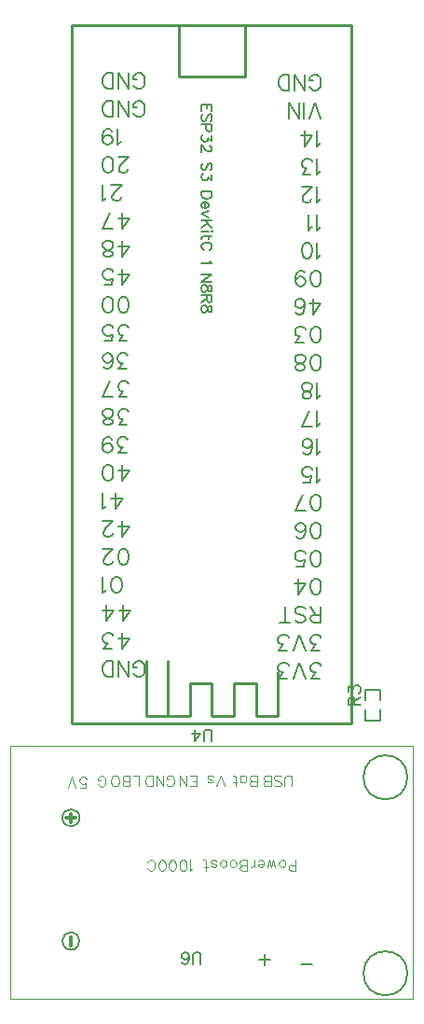
<source format=gto>
G04 Layer: TopSilkscreenLayer*
G04 EasyEDA v6.5.51, 2026-01-24 23:07:51*
G04 24400cab11b14a41ade87b5bf348eb15,64650944e1e6431b8ca2675abf886f56,10*
G04 Gerber Generator version 0.2*
G04 Scale: 100 percent, Rotated: No, Reflected: No *
G04 Dimensions in millimeters *
G04 leading zeros omitted , absolute positions ,4 integer and 5 decimal *
%FSLAX45Y45*%
%MOMM*%

%ADD10C,0.1524*%
%ADD11C,0.2032*%
%ADD12C,0.1219*%
%ADD13C,0.2540*%
%ADD14C,0.3048*%
%ADD15C,0.1000*%
%ADD16C,0.0127*%

%LPD*%
D10*
X3834384Y-609600D02*
G01*
X3943350Y-609600D01*
X3834384Y-609600D02*
G01*
X3834384Y-562863D01*
X3839463Y-547370D01*
X3844797Y-542036D01*
X3855211Y-536955D01*
X3865625Y-536955D01*
X3876040Y-542036D01*
X3881120Y-547370D01*
X3886200Y-562863D01*
X3886200Y-609600D01*
X3886200Y-573278D02*
G01*
X3943350Y-536955D01*
X3834384Y-492252D02*
G01*
X3834384Y-435102D01*
X3876040Y-466089D01*
X3876040Y-450595D01*
X3881120Y-440181D01*
X3886200Y-435102D01*
X3901947Y-429768D01*
X3912361Y-429768D01*
X3927856Y-435102D01*
X3938270Y-445515D01*
X3943350Y-461010D01*
X3943350Y-476504D01*
X3938270Y-492252D01*
X3933190Y-497331D01*
X3922775Y-502665D01*
X2590800Y-940915D02*
G01*
X2590800Y-862937D01*
X2585720Y-847443D01*
X2575306Y-837029D01*
X2559558Y-831949D01*
X2549143Y-831949D01*
X2533650Y-837029D01*
X2523236Y-847443D01*
X2518156Y-862937D01*
X2518156Y-940915D01*
X2431795Y-940915D02*
G01*
X2483865Y-868271D01*
X2405888Y-868271D01*
X2431795Y-940915D02*
G01*
X2431795Y-831949D01*
D11*
X3567684Y-367284D02*
G01*
X3492754Y-367284D01*
X3533647Y-312673D01*
X3513327Y-312673D01*
X3499611Y-305815D01*
X3492754Y-298957D01*
X3485895Y-278637D01*
X3485895Y-264921D01*
X3492754Y-244602D01*
X3506470Y-230886D01*
X3526790Y-224028D01*
X3547363Y-224028D01*
X3567684Y-230886D01*
X3574541Y-237744D01*
X3581400Y-251460D01*
X3440938Y-367284D02*
G01*
X3386327Y-224028D01*
X3331972Y-367284D02*
G01*
X3386327Y-224028D01*
X3273297Y-367284D02*
G01*
X3198113Y-367284D01*
X3239008Y-312673D01*
X3218688Y-312673D01*
X3204972Y-305815D01*
X3198113Y-298957D01*
X3191509Y-278637D01*
X3191509Y-264921D01*
X3198113Y-244602D01*
X3211829Y-230886D01*
X3232404Y-224028D01*
X3252724Y-224028D01*
X3273297Y-230886D01*
X3280156Y-237744D01*
X3286759Y-251460D01*
X3567684Y-113284D02*
G01*
X3492754Y-113284D01*
X3533647Y-58673D01*
X3513327Y-58673D01*
X3499611Y-51815D01*
X3492754Y-44957D01*
X3485895Y-24637D01*
X3485895Y-10921D01*
X3492754Y9397D01*
X3506470Y23113D01*
X3526790Y29971D01*
X3547363Y29971D01*
X3567684Y23113D01*
X3574541Y16255D01*
X3581400Y2539D01*
X3440938Y-113284D02*
G01*
X3386327Y29971D01*
X3331972Y-113284D02*
G01*
X3386327Y29971D01*
X3273297Y-113284D02*
G01*
X3198113Y-113284D01*
X3239008Y-58673D01*
X3218688Y-58673D01*
X3204972Y-51815D01*
X3198113Y-44957D01*
X3191509Y-24637D01*
X3191509Y-10921D01*
X3198113Y9397D01*
X3211829Y23113D01*
X3232404Y29971D01*
X3252724Y29971D01*
X3273297Y23113D01*
X3280156Y16255D01*
X3286759Y2539D01*
X3581400Y140715D02*
G01*
X3581400Y283971D01*
X3581400Y140715D02*
G01*
X3519931Y140715D01*
X3499611Y147573D01*
X3492754Y154431D01*
X3485895Y167894D01*
X3485895Y181610D01*
X3492754Y195326D01*
X3499611Y202184D01*
X3519931Y209042D01*
X3581400Y209042D01*
X3533647Y209042D02*
G01*
X3485895Y283971D01*
X3345434Y161289D02*
G01*
X3359150Y147573D01*
X3379470Y140715D01*
X3406902Y140715D01*
X3427222Y147573D01*
X3440938Y161289D01*
X3440938Y174752D01*
X3434079Y188468D01*
X3427222Y195326D01*
X3413759Y202184D01*
X3372865Y215645D01*
X3359150Y222504D01*
X3352291Y229362D01*
X3345434Y243078D01*
X3345434Y263397D01*
X3359150Y277113D01*
X3379470Y283971D01*
X3406902Y283971D01*
X3427222Y277113D01*
X3440938Y263397D01*
X3252724Y140715D02*
G01*
X3252724Y283971D01*
X3300475Y140715D02*
G01*
X3204972Y140715D01*
X3581400Y4712715D02*
G01*
X3526790Y4855971D01*
X3472434Y4712715D02*
G01*
X3526790Y4855971D01*
X3427222Y4712715D02*
G01*
X3427222Y4855971D01*
X3382263Y4712715D02*
G01*
X3382263Y4855971D01*
X3382263Y4712715D02*
G01*
X3286759Y4855971D01*
X3286759Y4712715D02*
G01*
X3286759Y4855971D01*
X3479038Y5000752D02*
G01*
X3485895Y4987289D01*
X3499611Y4973573D01*
X3513327Y4966715D01*
X3540506Y4966715D01*
X3554222Y4973573D01*
X3567684Y4987289D01*
X3574541Y5000752D01*
X3581400Y5021326D01*
X3581400Y5055362D01*
X3574541Y5075936D01*
X3567684Y5089397D01*
X3554222Y5103113D01*
X3540506Y5109971D01*
X3513327Y5109971D01*
X3499611Y5103113D01*
X3485895Y5089397D01*
X3479038Y5075936D01*
X3479038Y5055362D01*
X3513327Y5055362D02*
G01*
X3479038Y5055362D01*
X3434079Y4966715D02*
G01*
X3434079Y5109971D01*
X3434079Y4966715D02*
G01*
X3338575Y5109971D01*
X3338575Y4966715D02*
G01*
X3338575Y5109971D01*
X3293618Y4966715D02*
G01*
X3293618Y5109971D01*
X3293618Y4966715D02*
G01*
X3245865Y4966715D01*
X3225545Y4973573D01*
X3211829Y4987289D01*
X3204972Y5000752D01*
X3198113Y5021326D01*
X3198113Y5055362D01*
X3204972Y5075936D01*
X3211829Y5089397D01*
X3225545Y5103113D01*
X3245865Y5109971D01*
X3293618Y5109971D01*
X3540506Y394715D02*
G01*
X3560825Y401573D01*
X3574541Y421894D01*
X3581400Y456184D01*
X3581400Y476504D01*
X3574541Y510539D01*
X3560825Y531113D01*
X3540506Y537971D01*
X3526790Y537971D01*
X3506470Y531113D01*
X3492754Y510539D01*
X3485895Y476504D01*
X3485895Y456184D01*
X3492754Y421894D01*
X3506470Y401573D01*
X3526790Y394715D01*
X3540506Y394715D01*
X3372865Y394715D02*
G01*
X3440938Y490220D01*
X3338575Y490220D01*
X3372865Y394715D02*
G01*
X3372865Y537971D01*
X3540506Y648715D02*
G01*
X3560825Y655573D01*
X3574541Y675894D01*
X3581400Y710184D01*
X3581400Y730504D01*
X3574541Y764539D01*
X3560825Y785113D01*
X3540506Y791971D01*
X3526790Y791971D01*
X3506470Y785113D01*
X3492754Y764539D01*
X3485895Y730504D01*
X3485895Y710184D01*
X3492754Y675894D01*
X3506470Y655573D01*
X3526790Y648715D01*
X3540506Y648715D01*
X3359150Y648715D02*
G01*
X3427222Y648715D01*
X3434079Y710184D01*
X3427222Y703326D01*
X3406902Y696468D01*
X3386327Y696468D01*
X3366008Y703326D01*
X3352291Y717042D01*
X3345434Y737362D01*
X3345434Y751078D01*
X3352291Y771397D01*
X3366008Y785113D01*
X3386327Y791971D01*
X3406902Y791971D01*
X3427222Y785113D01*
X3434079Y778255D01*
X3440938Y764539D01*
X3540506Y902715D02*
G01*
X3560825Y909573D01*
X3574541Y929894D01*
X3581400Y964184D01*
X3581400Y984504D01*
X3574541Y1018539D01*
X3560825Y1039113D01*
X3540506Y1045971D01*
X3526790Y1045971D01*
X3506470Y1039113D01*
X3492754Y1018539D01*
X3485895Y984504D01*
X3485895Y964184D01*
X3492754Y929894D01*
X3506470Y909573D01*
X3526790Y902715D01*
X3540506Y902715D01*
X3359150Y923289D02*
G01*
X3366008Y909573D01*
X3386327Y902715D01*
X3400043Y902715D01*
X3420363Y909573D01*
X3434079Y929894D01*
X3440938Y964184D01*
X3440938Y998220D01*
X3434079Y1025397D01*
X3420363Y1039113D01*
X3400043Y1045971D01*
X3393186Y1045971D01*
X3372865Y1039113D01*
X3359150Y1025397D01*
X3352291Y1005078D01*
X3352291Y998220D01*
X3359150Y977645D01*
X3372865Y964184D01*
X3393186Y957326D01*
X3400043Y957326D01*
X3420363Y964184D01*
X3434079Y977645D01*
X3440938Y998220D01*
X3540506Y1156715D02*
G01*
X3560825Y1163573D01*
X3574541Y1183894D01*
X3581400Y1218184D01*
X3581400Y1238504D01*
X3574541Y1272539D01*
X3560825Y1293113D01*
X3540506Y1299971D01*
X3526790Y1299971D01*
X3506470Y1293113D01*
X3492754Y1272539D01*
X3485895Y1238504D01*
X3485895Y1218184D01*
X3492754Y1183894D01*
X3506470Y1163573D01*
X3526790Y1156715D01*
X3540506Y1156715D01*
X3345434Y1156715D02*
G01*
X3413759Y1299971D01*
X3440938Y1156715D02*
G01*
X3345434Y1156715D01*
X3581400Y1437894D02*
G01*
X3567684Y1431289D01*
X3547363Y1410715D01*
X3547363Y1553971D01*
X3420363Y1410715D02*
G01*
X3488690Y1410715D01*
X3495547Y1472184D01*
X3488690Y1465326D01*
X3468115Y1458468D01*
X3447795Y1458468D01*
X3427222Y1465326D01*
X3413759Y1479042D01*
X3406902Y1499362D01*
X3406902Y1513078D01*
X3413759Y1533397D01*
X3427222Y1547113D01*
X3447795Y1553971D01*
X3468115Y1553971D01*
X3488690Y1547113D01*
X3495547Y1540255D01*
X3502406Y1526539D01*
X3581400Y1691894D02*
G01*
X3567684Y1685289D01*
X3547363Y1664715D01*
X3547363Y1807971D01*
X3420363Y1685289D02*
G01*
X3427222Y1671573D01*
X3447795Y1664715D01*
X3461511Y1664715D01*
X3481831Y1671573D01*
X3495547Y1691894D01*
X3502406Y1726184D01*
X3502406Y1760220D01*
X3495547Y1787397D01*
X3481831Y1801113D01*
X3461511Y1807971D01*
X3454654Y1807971D01*
X3434079Y1801113D01*
X3420363Y1787397D01*
X3413759Y1767078D01*
X3413759Y1760220D01*
X3420363Y1739645D01*
X3434079Y1726184D01*
X3454654Y1719326D01*
X3461511Y1719326D01*
X3481831Y1726184D01*
X3495547Y1739645D01*
X3502406Y1760220D01*
X3581400Y1945894D02*
G01*
X3567684Y1939289D01*
X3547363Y1918715D01*
X3547363Y2061971D01*
X3406902Y1918715D02*
G01*
X3474974Y2061971D01*
X3502406Y1918715D02*
G01*
X3406902Y1918715D01*
X3581400Y2199894D02*
G01*
X3567684Y2193289D01*
X3547363Y2172715D01*
X3547363Y2315971D01*
X3468115Y2172715D02*
G01*
X3488690Y2179573D01*
X3495547Y2193289D01*
X3495547Y2206752D01*
X3488690Y2220468D01*
X3474974Y2227326D01*
X3447795Y2234184D01*
X3427222Y2241042D01*
X3413759Y2254504D01*
X3406902Y2268220D01*
X3406902Y2288539D01*
X3413759Y2302255D01*
X3420363Y2309113D01*
X3440938Y2315971D01*
X3468115Y2315971D01*
X3488690Y2309113D01*
X3495547Y2302255D01*
X3502406Y2288539D01*
X3502406Y2268220D01*
X3495547Y2254504D01*
X3481831Y2241042D01*
X3461511Y2234184D01*
X3434079Y2227326D01*
X3420363Y2220468D01*
X3413759Y2206752D01*
X3413759Y2193289D01*
X3420363Y2179573D01*
X3440938Y2172715D01*
X3468115Y2172715D01*
X3540506Y2426715D02*
G01*
X3560825Y2433573D01*
X3574541Y2453894D01*
X3581400Y2488184D01*
X3581400Y2508504D01*
X3574541Y2542539D01*
X3560825Y2563113D01*
X3540506Y2569971D01*
X3526790Y2569971D01*
X3506470Y2563113D01*
X3492754Y2542539D01*
X3485895Y2508504D01*
X3485895Y2488184D01*
X3492754Y2453894D01*
X3506470Y2433573D01*
X3526790Y2426715D01*
X3540506Y2426715D01*
X3406902Y2426715D02*
G01*
X3427222Y2433573D01*
X3434079Y2447289D01*
X3434079Y2460752D01*
X3427222Y2474468D01*
X3413759Y2481326D01*
X3386327Y2488184D01*
X3366008Y2495042D01*
X3352291Y2508504D01*
X3345434Y2522220D01*
X3345434Y2542539D01*
X3352291Y2556255D01*
X3359150Y2563113D01*
X3379470Y2569971D01*
X3406902Y2569971D01*
X3427222Y2563113D01*
X3434079Y2556255D01*
X3440938Y2542539D01*
X3440938Y2522220D01*
X3434079Y2508504D01*
X3420363Y2495042D01*
X3400043Y2488184D01*
X3372865Y2481326D01*
X3359150Y2474468D01*
X3352291Y2460752D01*
X3352291Y2447289D01*
X3359150Y2433573D01*
X3379470Y2426715D01*
X3406902Y2426715D01*
X3540506Y2680715D02*
G01*
X3560825Y2687573D01*
X3574541Y2707894D01*
X3581400Y2742184D01*
X3581400Y2762504D01*
X3574541Y2796539D01*
X3560825Y2817113D01*
X3540506Y2823971D01*
X3526790Y2823971D01*
X3506470Y2817113D01*
X3492754Y2796539D01*
X3485895Y2762504D01*
X3485895Y2742184D01*
X3492754Y2707894D01*
X3506470Y2687573D01*
X3526790Y2680715D01*
X3540506Y2680715D01*
X3427222Y2680715D02*
G01*
X3352291Y2680715D01*
X3393186Y2735326D01*
X3372865Y2735326D01*
X3359150Y2742184D01*
X3352291Y2749042D01*
X3345434Y2769362D01*
X3345434Y2783078D01*
X3352291Y2803397D01*
X3366008Y2817113D01*
X3386327Y2823971D01*
X3406902Y2823971D01*
X3427222Y2817113D01*
X3434079Y2810255D01*
X3440938Y2796539D01*
X3513327Y2934715D02*
G01*
X3581400Y3030220D01*
X3479038Y3030220D01*
X3513327Y2934715D02*
G01*
X3513327Y3077971D01*
X3352291Y2955289D02*
G01*
X3359150Y2941573D01*
X3379470Y2934715D01*
X3393186Y2934715D01*
X3413759Y2941573D01*
X3427222Y2961894D01*
X3434079Y2996184D01*
X3434079Y3030220D01*
X3427222Y3057397D01*
X3413759Y3071113D01*
X3393186Y3077971D01*
X3386327Y3077971D01*
X3366008Y3071113D01*
X3352291Y3057397D01*
X3345434Y3037078D01*
X3345434Y3030220D01*
X3352291Y3009645D01*
X3366008Y2996184D01*
X3386327Y2989326D01*
X3393186Y2989326D01*
X3413759Y2996184D01*
X3427222Y3009645D01*
X3434079Y3030220D01*
X3540506Y3188715D02*
G01*
X3560825Y3195573D01*
X3574541Y3215894D01*
X3581400Y3250184D01*
X3581400Y3270504D01*
X3574541Y3304539D01*
X3560825Y3325113D01*
X3540506Y3331971D01*
X3526790Y3331971D01*
X3506470Y3325113D01*
X3492754Y3304539D01*
X3485895Y3270504D01*
X3485895Y3250184D01*
X3492754Y3215894D01*
X3506470Y3195573D01*
X3526790Y3188715D01*
X3540506Y3188715D01*
X3352291Y3236468D02*
G01*
X3359150Y3257042D01*
X3372865Y3270504D01*
X3393186Y3277362D01*
X3400043Y3277362D01*
X3420363Y3270504D01*
X3434079Y3257042D01*
X3440938Y3236468D01*
X3440938Y3229610D01*
X3434079Y3209289D01*
X3420363Y3195573D01*
X3400043Y3188715D01*
X3393186Y3188715D01*
X3372865Y3195573D01*
X3359150Y3209289D01*
X3352291Y3236468D01*
X3352291Y3270504D01*
X3359150Y3304539D01*
X3372865Y3325113D01*
X3393186Y3331971D01*
X3406902Y3331971D01*
X3427222Y3325113D01*
X3434079Y3311397D01*
X3581400Y3469894D02*
G01*
X3567684Y3463289D01*
X3547363Y3442715D01*
X3547363Y3585971D01*
X3461511Y3442715D02*
G01*
X3481831Y3449573D01*
X3495547Y3469894D01*
X3502406Y3504184D01*
X3502406Y3524504D01*
X3495547Y3558539D01*
X3481831Y3579113D01*
X3461511Y3585971D01*
X3447795Y3585971D01*
X3427222Y3579113D01*
X3413759Y3558539D01*
X3406902Y3524504D01*
X3406902Y3504184D01*
X3413759Y3469894D01*
X3427222Y3449573D01*
X3447795Y3442715D01*
X3461511Y3442715D01*
X3581400Y3723894D02*
G01*
X3567684Y3717289D01*
X3547363Y3696715D01*
X3547363Y3839971D01*
X3502406Y3723894D02*
G01*
X3488690Y3717289D01*
X3468115Y3696715D01*
X3468115Y3839971D01*
X3581400Y3977894D02*
G01*
X3567684Y3971289D01*
X3547363Y3950715D01*
X3547363Y4093971D01*
X3495547Y3984752D02*
G01*
X3495547Y3977894D01*
X3488690Y3964431D01*
X3481831Y3957573D01*
X3468115Y3950715D01*
X3440938Y3950715D01*
X3427222Y3957573D01*
X3420363Y3964431D01*
X3413759Y3977894D01*
X3413759Y3991610D01*
X3420363Y4005326D01*
X3434079Y4025645D01*
X3502406Y4093971D01*
X3406902Y4093971D01*
X3581400Y4231894D02*
G01*
X3567684Y4225289D01*
X3547363Y4204715D01*
X3547363Y4347971D01*
X3488690Y4204715D02*
G01*
X3413759Y4204715D01*
X3454654Y4259326D01*
X3434079Y4259326D01*
X3420363Y4266184D01*
X3413759Y4273042D01*
X3406902Y4293362D01*
X3406902Y4307078D01*
X3413759Y4327397D01*
X3427222Y4341113D01*
X3447795Y4347971D01*
X3468115Y4347971D01*
X3488690Y4341113D01*
X3495547Y4334255D01*
X3502406Y4320539D01*
X3581400Y4485894D02*
G01*
X3567684Y4479289D01*
X3547363Y4458715D01*
X3547363Y4601971D01*
X3434079Y4458715D02*
G01*
X3502406Y4554220D01*
X3400043Y4554220D01*
X3434079Y4458715D02*
G01*
X3434079Y4601971D01*
X1878837Y-320547D02*
G01*
X1885695Y-334010D01*
X1899412Y-347726D01*
X1913128Y-354584D01*
X1940306Y-354584D01*
X1954022Y-347726D01*
X1967484Y-334010D01*
X1974341Y-320547D01*
X1981200Y-299973D01*
X1981200Y-265937D01*
X1974341Y-245363D01*
X1967484Y-231902D01*
X1954022Y-218186D01*
X1940306Y-211328D01*
X1913128Y-211328D01*
X1899412Y-218186D01*
X1885695Y-231902D01*
X1878837Y-245363D01*
X1878837Y-265937D01*
X1913128Y-265937D02*
G01*
X1878837Y-265937D01*
X1833879Y-354584D02*
G01*
X1833879Y-211328D01*
X1833879Y-354584D02*
G01*
X1738376Y-211328D01*
X1738376Y-354584D02*
G01*
X1738376Y-211328D01*
X1693418Y-354584D02*
G01*
X1693418Y-211328D01*
X1693418Y-354584D02*
G01*
X1645665Y-354584D01*
X1625345Y-347726D01*
X1611629Y-334010D01*
X1604771Y-320547D01*
X1597913Y-299973D01*
X1597913Y-265937D01*
X1604771Y-245363D01*
X1611629Y-231902D01*
X1625345Y-218186D01*
X1645665Y-211328D01*
X1693418Y-211328D01*
X1772665Y-100584D02*
G01*
X1840737Y-5079D01*
X1738376Y-5079D01*
X1772665Y-100584D02*
G01*
X1772665Y42671D01*
X1679702Y-100584D02*
G01*
X1604771Y-100584D01*
X1645665Y-45973D01*
X1625345Y-45973D01*
X1611629Y-39115D01*
X1604771Y-32257D01*
X1597913Y-11937D01*
X1597913Y1778D01*
X1604771Y22097D01*
X1618487Y35813D01*
X1638807Y42671D01*
X1659381Y42671D01*
X1679702Y35813D01*
X1686560Y28955D01*
X1693418Y15239D01*
X1779270Y153415D02*
G01*
X1847342Y248920D01*
X1744979Y248920D01*
X1779270Y153415D02*
G01*
X1779270Y296671D01*
X1631950Y153415D02*
G01*
X1700021Y248920D01*
X1597913Y248920D01*
X1631950Y153415D02*
G01*
X1631950Y296671D01*
X1731518Y407415D02*
G01*
X1751837Y414273D01*
X1765554Y434594D01*
X1772412Y468884D01*
X1772412Y489204D01*
X1765554Y523239D01*
X1751837Y543813D01*
X1731518Y550671D01*
X1717802Y550671D01*
X1697481Y543813D01*
X1683765Y523239D01*
X1676907Y489204D01*
X1676907Y468884D01*
X1683765Y434594D01*
X1697481Y414273D01*
X1717802Y407415D01*
X1731518Y407415D01*
X1631950Y434594D02*
G01*
X1618234Y427989D01*
X1597913Y407415D01*
X1597913Y550671D01*
X1792986Y661415D02*
G01*
X1813305Y668273D01*
X1827021Y688594D01*
X1833879Y722884D01*
X1833879Y743204D01*
X1827021Y777239D01*
X1813305Y797813D01*
X1792986Y804671D01*
X1779270Y804671D01*
X1758950Y797813D01*
X1745234Y777239D01*
X1738376Y743204D01*
X1738376Y722884D01*
X1745234Y688594D01*
X1758950Y668273D01*
X1779270Y661415D01*
X1792986Y661415D01*
X1686560Y695452D02*
G01*
X1686560Y688594D01*
X1679702Y675131D01*
X1672844Y668273D01*
X1659381Y661415D01*
X1631950Y661415D01*
X1618487Y668273D01*
X1611629Y675131D01*
X1604771Y688594D01*
X1604771Y702310D01*
X1611629Y716026D01*
X1625345Y736345D01*
X1693418Y804671D01*
X1597913Y804671D01*
X1772665Y915415D02*
G01*
X1840737Y1010920D01*
X1738376Y1010920D01*
X1772665Y915415D02*
G01*
X1772665Y1058671D01*
X1686560Y949452D02*
G01*
X1686560Y942594D01*
X1679702Y929131D01*
X1673097Y922273D01*
X1659381Y915415D01*
X1632204Y915415D01*
X1618487Y922273D01*
X1611629Y929131D01*
X1604771Y942594D01*
X1604771Y956310D01*
X1611629Y970026D01*
X1625345Y990345D01*
X1693418Y1058671D01*
X1597913Y1058671D01*
X1711192Y1169415D02*
G01*
X1779264Y1264920D01*
X1676902Y1264920D01*
X1711192Y1169415D02*
G01*
X1711192Y1312671D01*
X1631944Y1196594D02*
G01*
X1618228Y1189989D01*
X1597908Y1169415D01*
X1597908Y1312671D01*
X1772665Y1423415D02*
G01*
X1840737Y1518920D01*
X1738376Y1518920D01*
X1772665Y1423415D02*
G01*
X1772665Y1566671D01*
X1652523Y1423415D02*
G01*
X1673097Y1430273D01*
X1686560Y1450594D01*
X1693418Y1484884D01*
X1693418Y1505204D01*
X1686560Y1539239D01*
X1673097Y1559813D01*
X1652523Y1566671D01*
X1638807Y1566671D01*
X1618487Y1559813D01*
X1604771Y1539239D01*
X1597913Y1505204D01*
X1597913Y1484884D01*
X1604771Y1450594D01*
X1618487Y1430273D01*
X1638807Y1423415D01*
X1652523Y1423415D01*
X1813303Y1677415D02*
G01*
X1738373Y1677415D01*
X1779267Y1732026D01*
X1758947Y1732026D01*
X1745231Y1738884D01*
X1738373Y1745742D01*
X1731515Y1766062D01*
X1731515Y1779778D01*
X1738373Y1800097D01*
X1752089Y1813813D01*
X1772409Y1820671D01*
X1792983Y1820671D01*
X1813303Y1813813D01*
X1820161Y1806955D01*
X1827019Y1793239D01*
X1597911Y1725168D02*
G01*
X1604769Y1745742D01*
X1618485Y1759204D01*
X1638805Y1766062D01*
X1645663Y1766062D01*
X1665983Y1759204D01*
X1679699Y1745742D01*
X1686557Y1725168D01*
X1686557Y1718310D01*
X1679699Y1697989D01*
X1665983Y1684273D01*
X1645663Y1677415D01*
X1638805Y1677415D01*
X1618485Y1684273D01*
X1604769Y1697989D01*
X1597911Y1725168D01*
X1597911Y1759204D01*
X1604769Y1793239D01*
X1618485Y1813813D01*
X1638805Y1820671D01*
X1652521Y1820671D01*
X1672841Y1813813D01*
X1679699Y1800097D01*
X1820163Y1931415D02*
G01*
X1745234Y1931415D01*
X1786128Y1986026D01*
X1765807Y1986026D01*
X1752092Y1992884D01*
X1745234Y1999742D01*
X1738376Y2020062D01*
X1738376Y2033778D01*
X1745234Y2054097D01*
X1758950Y2067813D01*
X1779270Y2074671D01*
X1799844Y2074671D01*
X1820163Y2067813D01*
X1827021Y2060955D01*
X1833879Y2047239D01*
X1659381Y1931415D02*
G01*
X1679702Y1938273D01*
X1686560Y1951989D01*
X1686560Y1965452D01*
X1679702Y1979168D01*
X1666239Y1986026D01*
X1638807Y1992884D01*
X1618487Y1999742D01*
X1604771Y2013204D01*
X1597913Y2026920D01*
X1597913Y2047239D01*
X1604771Y2060955D01*
X1611629Y2067813D01*
X1631950Y2074671D01*
X1659381Y2074671D01*
X1679702Y2067813D01*
X1686560Y2060955D01*
X1693418Y2047239D01*
X1693418Y2026920D01*
X1686560Y2013204D01*
X1672844Y1999742D01*
X1652523Y1992884D01*
X1625345Y1986026D01*
X1611629Y1979168D01*
X1604771Y1965452D01*
X1604771Y1951989D01*
X1611629Y1938273D01*
X1631950Y1931415D01*
X1659381Y1931415D01*
X1820163Y2185415D02*
G01*
X1745234Y2185415D01*
X1786128Y2240026D01*
X1765807Y2240026D01*
X1752092Y2246884D01*
X1745234Y2253742D01*
X1738376Y2274062D01*
X1738376Y2287778D01*
X1745234Y2308097D01*
X1758950Y2321813D01*
X1779270Y2328671D01*
X1799844Y2328671D01*
X1820163Y2321813D01*
X1827021Y2314955D01*
X1833879Y2301239D01*
X1597913Y2185415D02*
G01*
X1666239Y2328671D01*
X1693418Y2185415D02*
G01*
X1597913Y2185415D01*
X1813303Y2439415D02*
G01*
X1738373Y2439415D01*
X1779267Y2494026D01*
X1758947Y2494026D01*
X1745231Y2500884D01*
X1738373Y2507742D01*
X1731515Y2528062D01*
X1731515Y2541778D01*
X1738373Y2562097D01*
X1752089Y2575813D01*
X1772409Y2582671D01*
X1792983Y2582671D01*
X1813303Y2575813D01*
X1820161Y2568955D01*
X1827019Y2555239D01*
X1604769Y2459989D02*
G01*
X1611627Y2446273D01*
X1631947Y2439415D01*
X1645663Y2439415D01*
X1665983Y2446273D01*
X1679699Y2466594D01*
X1686557Y2500884D01*
X1686557Y2534920D01*
X1679699Y2562097D01*
X1665983Y2575813D01*
X1645663Y2582671D01*
X1638805Y2582671D01*
X1618485Y2575813D01*
X1604769Y2562097D01*
X1597911Y2541778D01*
X1597911Y2534920D01*
X1604769Y2514345D01*
X1618485Y2500884D01*
X1638805Y2494026D01*
X1645663Y2494026D01*
X1665983Y2500884D01*
X1679699Y2514345D01*
X1686557Y2534920D01*
X1820163Y2693415D02*
G01*
X1745234Y2693415D01*
X1786128Y2748026D01*
X1765807Y2748026D01*
X1752092Y2754884D01*
X1745234Y2761742D01*
X1738376Y2782062D01*
X1738376Y2795778D01*
X1745234Y2816097D01*
X1758950Y2829813D01*
X1779270Y2836671D01*
X1799844Y2836671D01*
X1820163Y2829813D01*
X1827021Y2822955D01*
X1833879Y2809239D01*
X1611629Y2693415D02*
G01*
X1679702Y2693415D01*
X1686560Y2754884D01*
X1679702Y2748026D01*
X1659381Y2741168D01*
X1638807Y2741168D01*
X1618487Y2748026D01*
X1604771Y2761742D01*
X1597913Y2782062D01*
X1597913Y2795778D01*
X1604771Y2816097D01*
X1618487Y2829813D01*
X1638807Y2836671D01*
X1659381Y2836671D01*
X1679702Y2829813D01*
X1686560Y2822955D01*
X1693418Y2809239D01*
X1792986Y2947415D02*
G01*
X1813305Y2954273D01*
X1827021Y2974594D01*
X1833879Y3008884D01*
X1833879Y3029204D01*
X1827021Y3063239D01*
X1813305Y3083813D01*
X1792986Y3090671D01*
X1779270Y3090671D01*
X1758950Y3083813D01*
X1745234Y3063239D01*
X1738376Y3029204D01*
X1738376Y3008884D01*
X1745234Y2974594D01*
X1758950Y2954273D01*
X1779270Y2947415D01*
X1792986Y2947415D01*
X1652523Y2947415D02*
G01*
X1672844Y2954273D01*
X1686560Y2974594D01*
X1693418Y3008884D01*
X1693418Y3029204D01*
X1686560Y3063239D01*
X1672844Y3083813D01*
X1652523Y3090671D01*
X1638807Y3090671D01*
X1618487Y3083813D01*
X1604771Y3063239D01*
X1597913Y3029204D01*
X1597913Y3008884D01*
X1604771Y2974594D01*
X1618487Y2954273D01*
X1638807Y2947415D01*
X1652523Y2947415D01*
X1772665Y3201415D02*
G01*
X1840737Y3296920D01*
X1738376Y3296920D01*
X1772665Y3201415D02*
G01*
X1772665Y3344671D01*
X1611629Y3201415D02*
G01*
X1679702Y3201415D01*
X1686560Y3262884D01*
X1679702Y3256026D01*
X1659381Y3249168D01*
X1638807Y3249168D01*
X1618487Y3256026D01*
X1604771Y3269742D01*
X1597913Y3290062D01*
X1597913Y3303778D01*
X1604771Y3324097D01*
X1618487Y3337813D01*
X1638807Y3344671D01*
X1659381Y3344671D01*
X1679702Y3337813D01*
X1686560Y3330955D01*
X1693418Y3317239D01*
X1772665Y3455415D02*
G01*
X1840737Y3550920D01*
X1738376Y3550920D01*
X1772665Y3455415D02*
G01*
X1772665Y3598671D01*
X1659381Y3455415D02*
G01*
X1679702Y3462273D01*
X1686560Y3475989D01*
X1686560Y3489452D01*
X1679702Y3503168D01*
X1666239Y3510026D01*
X1638807Y3516884D01*
X1618487Y3523742D01*
X1604771Y3537204D01*
X1597913Y3550920D01*
X1597913Y3571239D01*
X1604771Y3584955D01*
X1611629Y3591813D01*
X1632204Y3598671D01*
X1659381Y3598671D01*
X1679702Y3591813D01*
X1686560Y3584955D01*
X1693418Y3571239D01*
X1693418Y3550920D01*
X1686560Y3537204D01*
X1673097Y3523742D01*
X1652523Y3516884D01*
X1625345Y3510026D01*
X1611629Y3503168D01*
X1604771Y3489452D01*
X1604771Y3475989D01*
X1611629Y3462273D01*
X1632204Y3455415D01*
X1659381Y3455415D01*
X1772665Y3709415D02*
G01*
X1840737Y3804920D01*
X1738376Y3804920D01*
X1772665Y3709415D02*
G01*
X1772665Y3852671D01*
X1597913Y3709415D02*
G01*
X1666239Y3852671D01*
X1693418Y3709415D02*
G01*
X1597913Y3709415D01*
X1765554Y3997452D02*
G01*
X1765554Y3990594D01*
X1758695Y3977131D01*
X1751837Y3970273D01*
X1738376Y3963415D01*
X1710944Y3963415D01*
X1697481Y3970273D01*
X1690623Y3977131D01*
X1683765Y3990594D01*
X1683765Y4004310D01*
X1690623Y4018026D01*
X1704339Y4038345D01*
X1772412Y4106671D01*
X1676907Y4106671D01*
X1631950Y3990594D02*
G01*
X1618234Y3983989D01*
X1597913Y3963415D01*
X1597913Y4106671D01*
X1827021Y4251452D02*
G01*
X1827021Y4244594D01*
X1820163Y4231131D01*
X1813305Y4224273D01*
X1799844Y4217415D01*
X1772412Y4217415D01*
X1758950Y4224273D01*
X1752092Y4231131D01*
X1745234Y4244594D01*
X1745234Y4258310D01*
X1752092Y4272026D01*
X1765807Y4292345D01*
X1833879Y4360671D01*
X1738376Y4360671D01*
X1652523Y4217415D02*
G01*
X1672844Y4224273D01*
X1686560Y4244594D01*
X1693418Y4278884D01*
X1693418Y4299204D01*
X1686560Y4333239D01*
X1672844Y4353813D01*
X1652523Y4360671D01*
X1638807Y4360671D01*
X1618487Y4353813D01*
X1604771Y4333239D01*
X1597913Y4299204D01*
X1597913Y4278884D01*
X1604771Y4244594D01*
X1618487Y4224273D01*
X1638807Y4217415D01*
X1652523Y4217415D01*
X1765554Y4498594D02*
G01*
X1751837Y4491989D01*
X1731518Y4471415D01*
X1731518Y4614671D01*
X1597913Y4519168D02*
G01*
X1604518Y4539742D01*
X1618234Y4553204D01*
X1638807Y4560062D01*
X1645665Y4560062D01*
X1665986Y4553204D01*
X1679702Y4539742D01*
X1686560Y4519168D01*
X1686560Y4512310D01*
X1679702Y4491989D01*
X1665986Y4478273D01*
X1645665Y4471415D01*
X1638807Y4471415D01*
X1618234Y4478273D01*
X1604518Y4491989D01*
X1597913Y4519168D01*
X1597913Y4553204D01*
X1604518Y4587239D01*
X1618234Y4607813D01*
X1638807Y4614671D01*
X1652270Y4614671D01*
X1672844Y4607813D01*
X1679702Y4594097D01*
X1878837Y4759452D02*
G01*
X1885695Y4745989D01*
X1899412Y4732273D01*
X1913128Y4725415D01*
X1940306Y4725415D01*
X1954022Y4732273D01*
X1967484Y4745989D01*
X1974341Y4759452D01*
X1981200Y4780026D01*
X1981200Y4814062D01*
X1974341Y4834636D01*
X1967484Y4848097D01*
X1954022Y4861813D01*
X1940306Y4868671D01*
X1913128Y4868671D01*
X1899412Y4861813D01*
X1885695Y4848097D01*
X1878837Y4834636D01*
X1878837Y4814062D01*
X1913128Y4814062D02*
G01*
X1878837Y4814062D01*
X1833879Y4725415D02*
G01*
X1833879Y4868671D01*
X1833879Y4725415D02*
G01*
X1738376Y4868671D01*
X1738376Y4725415D02*
G01*
X1738376Y4868671D01*
X1693418Y4725415D02*
G01*
X1693418Y4868671D01*
X1693418Y4725415D02*
G01*
X1645665Y4725415D01*
X1625345Y4732273D01*
X1611629Y4745989D01*
X1604771Y4759452D01*
X1597913Y4780026D01*
X1597913Y4814062D01*
X1604771Y4834636D01*
X1611629Y4848097D01*
X1625345Y4861813D01*
X1645665Y4868671D01*
X1693418Y4868671D01*
X1878837Y5013452D02*
G01*
X1885695Y4999989D01*
X1899412Y4986273D01*
X1913128Y4979415D01*
X1940306Y4979415D01*
X1954022Y4986273D01*
X1967484Y4999989D01*
X1974341Y5013452D01*
X1981200Y5034026D01*
X1981200Y5068062D01*
X1974341Y5088636D01*
X1967484Y5102097D01*
X1954022Y5115813D01*
X1940306Y5122671D01*
X1913128Y5122671D01*
X1899412Y5115813D01*
X1885695Y5102097D01*
X1878837Y5088636D01*
X1878837Y5068062D01*
X1913128Y5068062D02*
G01*
X1878837Y5068062D01*
X1833879Y4979415D02*
G01*
X1833879Y5122671D01*
X1833879Y4979415D02*
G01*
X1738376Y5122671D01*
X1738376Y4979415D02*
G01*
X1738376Y5122671D01*
X1693418Y4979415D02*
G01*
X1693418Y5122671D01*
X1693418Y4979415D02*
G01*
X1645665Y4979415D01*
X1625345Y4986273D01*
X1611629Y4999989D01*
X1604771Y5013452D01*
X1597913Y5034026D01*
X1597913Y5068062D01*
X1604771Y5088636D01*
X1611629Y5102097D01*
X1625345Y5115813D01*
X1645665Y5122671D01*
X1693418Y5122671D01*
X2590038Y4838700D02*
G01*
X2494534Y4838700D01*
X2590038Y4838700D02*
G01*
X2590038Y4779518D01*
X2544572Y4838700D02*
G01*
X2544572Y4802378D01*
X2494534Y4838700D02*
G01*
X2494534Y4779518D01*
X2576575Y4686045D02*
G01*
X2585465Y4695189D01*
X2590038Y4708652D01*
X2590038Y4726939D01*
X2585465Y4740402D01*
X2576575Y4749545D01*
X2567431Y4749545D01*
X2558288Y4744973D01*
X2553715Y4740402D01*
X2549143Y4731512D01*
X2540000Y4704079D01*
X2535681Y4695189D01*
X2531109Y4690618D01*
X2521965Y4686045D01*
X2508250Y4686045D01*
X2499106Y4695189D01*
X2494534Y4708652D01*
X2494534Y4726939D01*
X2499106Y4740402D01*
X2508250Y4749545D01*
X2590038Y4656073D02*
G01*
X2494534Y4656073D01*
X2590038Y4656073D02*
G01*
X2590038Y4615179D01*
X2585465Y4601463D01*
X2580893Y4596892D01*
X2572004Y4592320D01*
X2558288Y4592320D01*
X2549143Y4596892D01*
X2544572Y4601463D01*
X2540000Y4615179D01*
X2540000Y4656073D01*
X2590038Y4553204D02*
G01*
X2590038Y4503165D01*
X2553715Y4530597D01*
X2553715Y4516881D01*
X2549143Y4507737D01*
X2544572Y4503165D01*
X2531109Y4498594D01*
X2521965Y4498594D01*
X2508250Y4503165D01*
X2499106Y4512310D01*
X2494534Y4526026D01*
X2494534Y4539487D01*
X2499106Y4553204D01*
X2503677Y4557776D01*
X2512822Y4562347D01*
X2567431Y4464050D02*
G01*
X2572004Y4464050D01*
X2580893Y4459731D01*
X2585465Y4455160D01*
X2590038Y4446015D01*
X2590038Y4427728D01*
X2585465Y4418584D01*
X2580893Y4414265D01*
X2572004Y4409694D01*
X2562859Y4409694D01*
X2553715Y4414265D01*
X2540000Y4423155D01*
X2494534Y4468621D01*
X2494534Y4405121D01*
X2576575Y4241545D02*
G01*
X2585465Y4250436D01*
X2590038Y4264152D01*
X2590038Y4282439D01*
X2585465Y4295902D01*
X2576575Y4305045D01*
X2567431Y4305045D01*
X2558288Y4300473D01*
X2553715Y4295902D01*
X2549143Y4286757D01*
X2540000Y4259579D01*
X2535681Y4250436D01*
X2531109Y4245863D01*
X2521965Y4241545D01*
X2508250Y4241545D01*
X2499106Y4250436D01*
X2494534Y4264152D01*
X2494534Y4282439D01*
X2499106Y4295902D01*
X2508250Y4305045D01*
X2590038Y4202429D02*
G01*
X2590038Y4152392D01*
X2553715Y4179570D01*
X2553715Y4165854D01*
X2549143Y4156963D01*
X2544572Y4152392D01*
X2531109Y4147820D01*
X2521965Y4147820D01*
X2508250Y4152392D01*
X2499106Y4161536D01*
X2494534Y4174997D01*
X2494534Y4188713D01*
X2499106Y4202429D01*
X2503677Y4207002D01*
X2512822Y4211320D01*
X2590038Y4047744D02*
G01*
X2494534Y4047744D01*
X2590038Y4047744D02*
G01*
X2590038Y4015994D01*
X2585465Y4002278D01*
X2576575Y3993134D01*
X2567431Y3988815D01*
X2553715Y3984244D01*
X2531109Y3984244D01*
X2517393Y3988815D01*
X2508250Y3993134D01*
X2499106Y4002278D01*
X2494534Y4015994D01*
X2494534Y4047744D01*
X2531109Y3954271D02*
G01*
X2531109Y3899662D01*
X2540000Y3899662D01*
X2549143Y3904234D01*
X2553715Y3908805D01*
X2558288Y3917695D01*
X2558288Y3931412D01*
X2553715Y3940555D01*
X2544572Y3949700D01*
X2531109Y3954271D01*
X2521965Y3954271D01*
X2508250Y3949700D01*
X2499106Y3940555D01*
X2494534Y3931412D01*
X2494534Y3917695D01*
X2499106Y3908805D01*
X2508250Y3899662D01*
X2558288Y3869689D02*
G01*
X2494534Y3842257D01*
X2558288Y3815079D02*
G01*
X2494534Y3842257D01*
X2590038Y3785107D02*
G01*
X2494534Y3785107D01*
X2590038Y3721354D02*
G01*
X2526538Y3785107D01*
X2549143Y3762247D02*
G01*
X2494534Y3721354D01*
X2590038Y3691381D02*
G01*
X2585465Y3686810D01*
X2590038Y3682237D01*
X2594609Y3686810D01*
X2590038Y3691381D01*
X2558288Y3686810D02*
G01*
X2494534Y3686810D01*
X2590038Y3638804D02*
G01*
X2512822Y3638804D01*
X2499106Y3634231D01*
X2494534Y3625087D01*
X2494534Y3615944D01*
X2558288Y3652265D02*
G01*
X2558288Y3620515D01*
X2567431Y3517900D02*
G01*
X2576575Y3522218D01*
X2585465Y3531362D01*
X2590038Y3540505D01*
X2590038Y3558794D01*
X2585465Y3567684D01*
X2576575Y3576828D01*
X2567431Y3581400D01*
X2553715Y3585971D01*
X2531109Y3585971D01*
X2517393Y3581400D01*
X2508250Y3576828D01*
X2499106Y3567684D01*
X2494534Y3558794D01*
X2494534Y3540505D01*
X2499106Y3531362D01*
X2508250Y3522218D01*
X2517393Y3517900D01*
X2572004Y3417823D02*
G01*
X2576575Y3408679D01*
X2590038Y3394963D01*
X2494534Y3394963D01*
X2590038Y3295142D02*
G01*
X2494534Y3295142D01*
X2590038Y3295142D02*
G01*
X2494534Y3231387D01*
X2590038Y3231387D02*
G01*
X2494534Y3231387D01*
X2590038Y3178810D02*
G01*
X2585465Y3192271D01*
X2576575Y3196844D01*
X2567431Y3196844D01*
X2558288Y3192271D01*
X2553715Y3183128D01*
X2549143Y3165094D01*
X2544572Y3151378D01*
X2535681Y3142234D01*
X2526538Y3137915D01*
X2512822Y3137915D01*
X2503677Y3142234D01*
X2499106Y3146805D01*
X2494534Y3160521D01*
X2494534Y3178810D01*
X2499106Y3192271D01*
X2503677Y3196844D01*
X2512822Y3201415D01*
X2526538Y3201415D01*
X2535681Y3196844D01*
X2544572Y3187700D01*
X2549143Y3174237D01*
X2553715Y3155950D01*
X2558288Y3146805D01*
X2567431Y3142234D01*
X2576575Y3142234D01*
X2585465Y3146805D01*
X2590038Y3160521D01*
X2590038Y3178810D01*
X2590038Y3107689D02*
G01*
X2494534Y3107689D01*
X2590038Y3107689D02*
G01*
X2590038Y3066795D01*
X2585465Y3053334D01*
X2580893Y3048762D01*
X2572004Y3044189D01*
X2562859Y3044189D01*
X2553715Y3048762D01*
X2549143Y3053334D01*
X2544572Y3066795D01*
X2544572Y3107689D01*
X2544572Y3075939D02*
G01*
X2494534Y3044189D01*
X2590038Y2991357D02*
G01*
X2585465Y3005073D01*
X2576575Y3009645D01*
X2567431Y3009645D01*
X2558288Y3005073D01*
X2553715Y2995929D01*
X2549143Y2977895D01*
X2544572Y2964179D01*
X2535681Y2955036D01*
X2526538Y2950463D01*
X2512822Y2950463D01*
X2503677Y2955036D01*
X2499106Y2959607D01*
X2494534Y2973323D01*
X2494534Y2991357D01*
X2499106Y3005073D01*
X2503677Y3009645D01*
X2512822Y3014218D01*
X2526538Y3014218D01*
X2535681Y3009645D01*
X2544572Y3000502D01*
X2549143Y2986786D01*
X2553715Y2968752D01*
X2558288Y2959607D01*
X2567431Y2955036D01*
X2576575Y2955036D01*
X2585465Y2959607D01*
X2590038Y2973323D01*
X2590038Y2991357D01*
D10*
X2489200Y-2960115D02*
G01*
X2489200Y-2882137D01*
X2484120Y-2866644D01*
X2473706Y-2856229D01*
X2457958Y-2851150D01*
X2447543Y-2851150D01*
X2432050Y-2856229D01*
X2421636Y-2866644D01*
X2416556Y-2882137D01*
X2416556Y-2960115D01*
X2319781Y-2944621D02*
G01*
X2325115Y-2955036D01*
X2340609Y-2960115D01*
X2351024Y-2960115D01*
X2366518Y-2955036D01*
X2376931Y-2939287D01*
X2382265Y-2913379D01*
X2382265Y-2887471D01*
X2376931Y-2866644D01*
X2366518Y-2856229D01*
X2351024Y-2851150D01*
X2345690Y-2851150D01*
X2330195Y-2856229D01*
X2319781Y-2866644D01*
X2314702Y-2882137D01*
X2314702Y-2887471D01*
X2319781Y-2902965D01*
X2330195Y-2913379D01*
X2345690Y-2918460D01*
X2351024Y-2918460D01*
X2366518Y-2913379D01*
X2376931Y-2902965D01*
X2382265Y-2887471D01*
D12*
X2178560Y-1323086D02*
G01*
X2183132Y-1332484D01*
X2192530Y-1341628D01*
X2201674Y-1346200D01*
X2220216Y-1346200D01*
X2229360Y-1341628D01*
X2238758Y-1332484D01*
X2243330Y-1323086D01*
X2247902Y-1309370D01*
X2247902Y-1286255D01*
X2243330Y-1272286D01*
X2238758Y-1263142D01*
X2229360Y-1253997D01*
X2220216Y-1249171D01*
X2201674Y-1249171D01*
X2192530Y-1253997D01*
X2183132Y-1263142D01*
X2178560Y-1272286D01*
X2178560Y-1286255D01*
X2201674Y-1286255D02*
G01*
X2178560Y-1286255D01*
X2148080Y-1346200D02*
G01*
X2148080Y-1249171D01*
X2148080Y-1346200D02*
G01*
X2083564Y-1249171D01*
X2083564Y-1346200D02*
G01*
X2083564Y-1249171D01*
X2053084Y-1346200D02*
G01*
X2053084Y-1249171D01*
X2053084Y-1346200D02*
G01*
X2020572Y-1346200D01*
X2006856Y-1341628D01*
X1997712Y-1332484D01*
X1992886Y-1323086D01*
X1988314Y-1309370D01*
X1988314Y-1286255D01*
X1992886Y-1272286D01*
X1997712Y-1263142D01*
X2006856Y-1253997D01*
X2020572Y-1249171D01*
X2053084Y-1249171D01*
X2452497Y-1346174D02*
G01*
X2452497Y-1249146D01*
X2452497Y-1346174D02*
G01*
X2392552Y-1346174D01*
X2452497Y-1299946D02*
G01*
X2415666Y-1299946D01*
X2452497Y-1249146D02*
G01*
X2392552Y-1249146D01*
X2362072Y-1346174D02*
G01*
X2362072Y-1249146D01*
X2362072Y-1346174D02*
G01*
X2297302Y-1249146D01*
X2297302Y-1346174D02*
G01*
X2297302Y-1249146D01*
X3352800Y-2112771D02*
G01*
X3352800Y-2015744D01*
X3352800Y-2112771D02*
G01*
X3311143Y-2112771D01*
X3297427Y-2108200D01*
X3292856Y-2103628D01*
X3288029Y-2094229D01*
X3288029Y-2080513D01*
X3292856Y-2071370D01*
X3297427Y-2066544D01*
X3311143Y-2061971D01*
X3352800Y-2061971D01*
X3234690Y-2080513D02*
G01*
X3243834Y-2075942D01*
X3252977Y-2066544D01*
X3257550Y-2052828D01*
X3257550Y-2043429D01*
X3252977Y-2029713D01*
X3243834Y-2020570D01*
X3234690Y-2015744D01*
X3220720Y-2015744D01*
X3211575Y-2020570D01*
X3202177Y-2029713D01*
X3197606Y-2043429D01*
X3197606Y-2052828D01*
X3202177Y-2066544D01*
X3211575Y-2075942D01*
X3220720Y-2080513D01*
X3234690Y-2080513D01*
X3167125Y-2080513D02*
G01*
X3148584Y-2015744D01*
X3130295Y-2080513D02*
G01*
X3148584Y-2015744D01*
X3130295Y-2080513D02*
G01*
X3111754Y-2015744D01*
X3093211Y-2080513D02*
G01*
X3111754Y-2015744D01*
X3062731Y-2052828D02*
G01*
X3007359Y-2052828D01*
X3007359Y-2061971D01*
X3011931Y-2071370D01*
X3016504Y-2075942D01*
X3025902Y-2080513D01*
X3039618Y-2080513D01*
X3049015Y-2075942D01*
X3058159Y-2066544D01*
X3062731Y-2052828D01*
X3062731Y-2043429D01*
X3058159Y-2029713D01*
X3049015Y-2020570D01*
X3039618Y-2015744D01*
X3025902Y-2015744D01*
X3016504Y-2020570D01*
X3007359Y-2029713D01*
X2976879Y-2080513D02*
G01*
X2976879Y-2015744D01*
X2976879Y-2052828D02*
G01*
X2972308Y-2066544D01*
X2962909Y-2075942D01*
X2953765Y-2080513D01*
X2940050Y-2080513D01*
X2909570Y-2112771D02*
G01*
X2909570Y-2015744D01*
X2909570Y-2112771D02*
G01*
X2867913Y-2112771D01*
X2853943Y-2108200D01*
X2849372Y-2103628D01*
X2844800Y-2094229D01*
X2844800Y-2085086D01*
X2849372Y-2075942D01*
X2853943Y-2071370D01*
X2867913Y-2066544D01*
X2909570Y-2066544D02*
G01*
X2867913Y-2066544D01*
X2853943Y-2061971D01*
X2849372Y-2057400D01*
X2844800Y-2048255D01*
X2844800Y-2034286D01*
X2849372Y-2025142D01*
X2853943Y-2020570D01*
X2867913Y-2015744D01*
X2909570Y-2015744D01*
X2791206Y-2080513D02*
G01*
X2800350Y-2075942D01*
X2809747Y-2066544D01*
X2814320Y-2052828D01*
X2814320Y-2043429D01*
X2809747Y-2029713D01*
X2800350Y-2020570D01*
X2791206Y-2015744D01*
X2777490Y-2015744D01*
X2768091Y-2020570D01*
X2758947Y-2029713D01*
X2754375Y-2043429D01*
X2754375Y-2052828D01*
X2758947Y-2066544D01*
X2768091Y-2075942D01*
X2777490Y-2080513D01*
X2791206Y-2080513D01*
X2700781Y-2080513D02*
G01*
X2709925Y-2075942D01*
X2719070Y-2066544D01*
X2723895Y-2052828D01*
X2723895Y-2043429D01*
X2719070Y-2029713D01*
X2709925Y-2020570D01*
X2700781Y-2015744D01*
X2686811Y-2015744D01*
X2677668Y-2020570D01*
X2668270Y-2029713D01*
X2663697Y-2043429D01*
X2663697Y-2052828D01*
X2668270Y-2066544D01*
X2677668Y-2075942D01*
X2686811Y-2080513D01*
X2700781Y-2080513D01*
X2582418Y-2066544D02*
G01*
X2586990Y-2075942D01*
X2600959Y-2080513D01*
X2614929Y-2080513D01*
X2628645Y-2075942D01*
X2633218Y-2066544D01*
X2628645Y-2057400D01*
X2619502Y-2052828D01*
X2596388Y-2048255D01*
X2586990Y-2043429D01*
X2582418Y-2034286D01*
X2582418Y-2029713D01*
X2586990Y-2020570D01*
X2600959Y-2015744D01*
X2614929Y-2015744D01*
X2628645Y-2020570D01*
X2633218Y-2029713D01*
X2538222Y-2112771D02*
G01*
X2538222Y-2034286D01*
X2533650Y-2020570D01*
X2524252Y-2015744D01*
X2515108Y-2015744D01*
X2551938Y-2080513D02*
G01*
X2519679Y-2080513D01*
X2413508Y-2094229D02*
G01*
X2404109Y-2099055D01*
X2390393Y-2112771D01*
X2390393Y-2015744D01*
X2332227Y-2112771D02*
G01*
X2345943Y-2108200D01*
X2355341Y-2094229D01*
X2359913Y-2071370D01*
X2359913Y-2057400D01*
X2355341Y-2034286D01*
X2345943Y-2020570D01*
X2332227Y-2015744D01*
X2322829Y-2015744D01*
X2309113Y-2020570D01*
X2299970Y-2034286D01*
X2295143Y-2057400D01*
X2295143Y-2071370D01*
X2299970Y-2094229D01*
X2309113Y-2108200D01*
X2322829Y-2112771D01*
X2332227Y-2112771D01*
X2236977Y-2112771D02*
G01*
X2250947Y-2108200D01*
X2260091Y-2094229D01*
X2264663Y-2071370D01*
X2264663Y-2057400D01*
X2260091Y-2034286D01*
X2250947Y-2020570D01*
X2236977Y-2015744D01*
X2227834Y-2015744D01*
X2213863Y-2020570D01*
X2204720Y-2034286D01*
X2200147Y-2057400D01*
X2200147Y-2071370D01*
X2204720Y-2094229D01*
X2213863Y-2108200D01*
X2227834Y-2112771D01*
X2236977Y-2112771D01*
X2141981Y-2112771D02*
G01*
X2155697Y-2108200D01*
X2165095Y-2094229D01*
X2169668Y-2071370D01*
X2169668Y-2057400D01*
X2165095Y-2034286D01*
X2155697Y-2020570D01*
X2141981Y-2015744D01*
X2132584Y-2015744D01*
X2118868Y-2020570D01*
X2109470Y-2034286D01*
X2104897Y-2057400D01*
X2104897Y-2071370D01*
X2109470Y-2094229D01*
X2118868Y-2108200D01*
X2132584Y-2112771D01*
X2141981Y-2112771D01*
X2005329Y-2089657D02*
G01*
X2009902Y-2099055D01*
X2019045Y-2108200D01*
X2028190Y-2112771D01*
X2046731Y-2112771D01*
X2056129Y-2108200D01*
X2065274Y-2099055D01*
X2069845Y-2089657D01*
X2074418Y-2075942D01*
X2074418Y-2052828D01*
X2069845Y-2038857D01*
X2065274Y-2029713D01*
X2056129Y-2020570D01*
X2046731Y-2015744D01*
X2028190Y-2015744D01*
X2019045Y-2020570D01*
X2009902Y-2029713D01*
X2005329Y-2038857D01*
X2998597Y-1346174D02*
G01*
X2998597Y-1249146D01*
X2998597Y-1346174D02*
G01*
X2956940Y-1346174D01*
X2943225Y-1341602D01*
X2938652Y-1337030D01*
X2933827Y-1327632D01*
X2933827Y-1318488D01*
X2938652Y-1309344D01*
X2943225Y-1304772D01*
X2956940Y-1299946D01*
X2998597Y-1299946D02*
G01*
X2956940Y-1299946D01*
X2943225Y-1295374D01*
X2938652Y-1290802D01*
X2933827Y-1281658D01*
X2933827Y-1267688D01*
X2938652Y-1258544D01*
X2943225Y-1253972D01*
X2956940Y-1249146D01*
X2998597Y-1249146D01*
X2847975Y-1313916D02*
G01*
X2847975Y-1249146D01*
X2847975Y-1299946D02*
G01*
X2857372Y-1309344D01*
X2866516Y-1313916D01*
X2880486Y-1313916D01*
X2889631Y-1309344D01*
X2898775Y-1299946D01*
X2903347Y-1286230D01*
X2903347Y-1276832D01*
X2898775Y-1263116D01*
X2889631Y-1253972D01*
X2880486Y-1249146D01*
X2866516Y-1249146D01*
X2857372Y-1253972D01*
X2847975Y-1263116D01*
X2803779Y-1346174D02*
G01*
X2803779Y-1267688D01*
X2799206Y-1253972D01*
X2789809Y-1249146D01*
X2780665Y-1249146D01*
X2817495Y-1313916D02*
G01*
X2785236Y-1313916D01*
X3316097Y-1346174D02*
G01*
X3316097Y-1276832D01*
X3311525Y-1263116D01*
X3302127Y-1253972D01*
X3288411Y-1249146D01*
X3279266Y-1249146D01*
X3265297Y-1253972D01*
X3256152Y-1263116D01*
X3251327Y-1276832D01*
X3251327Y-1346174D01*
X3156331Y-1332458D02*
G01*
X3165475Y-1341602D01*
X3179445Y-1346174D01*
X3197986Y-1346174D01*
X3211702Y-1341602D01*
X3220847Y-1332458D01*
X3220847Y-1323060D01*
X3216275Y-1313916D01*
X3211702Y-1309344D01*
X3202559Y-1304772D01*
X3174872Y-1295374D01*
X3165475Y-1290802D01*
X3160902Y-1286230D01*
X3156331Y-1276832D01*
X3156331Y-1263116D01*
X3165475Y-1253972D01*
X3179445Y-1249146D01*
X3197986Y-1249146D01*
X3211702Y-1253972D01*
X3220847Y-1263116D01*
X3125850Y-1346174D02*
G01*
X3125850Y-1249146D01*
X3125850Y-1346174D02*
G01*
X3084195Y-1346174D01*
X3070479Y-1341602D01*
X3065906Y-1337030D01*
X3061081Y-1327632D01*
X3061081Y-1318488D01*
X3065906Y-1309344D01*
X3070479Y-1304772D01*
X3084195Y-1299946D01*
X3125850Y-1299946D02*
G01*
X3084195Y-1299946D01*
X3070479Y-1295374D01*
X3065906Y-1290802D01*
X3061081Y-1281658D01*
X3061081Y-1267688D01*
X3065906Y-1258544D01*
X3070479Y-1253972D01*
X3084195Y-1249146D01*
X3125850Y-1249146D01*
X2706497Y-1346174D02*
G01*
X2669666Y-1249146D01*
X2632583Y-1346174D02*
G01*
X2669666Y-1249146D01*
X2551302Y-1299946D02*
G01*
X2555875Y-1309344D01*
X2569845Y-1313916D01*
X2583561Y-1313916D01*
X2597531Y-1309344D01*
X2602102Y-1299946D01*
X2597531Y-1290802D01*
X2588386Y-1286230D01*
X2565272Y-1281658D01*
X2555875Y-1276832D01*
X2551302Y-1267688D01*
X2551302Y-1263116D01*
X2555875Y-1253972D01*
X2569845Y-1249146D01*
X2583561Y-1249146D01*
X2597531Y-1253972D01*
X2602102Y-1263116D01*
D10*
X3072132Y-2973072D02*
G01*
X3072132Y-2868932D01*
X3124202Y-2921002D02*
G01*
X3020316Y-2921002D01*
X3505200Y-2959100D02*
G01*
X3401313Y-2959100D01*
D12*
X1393825Y-1358874D02*
G01*
X1440053Y-1358874D01*
X1444625Y-1317472D01*
X1440053Y-1322044D01*
X1426082Y-1326616D01*
X1412367Y-1326616D01*
X1398396Y-1322044D01*
X1389253Y-1312646D01*
X1384427Y-1298930D01*
X1384427Y-1289532D01*
X1389253Y-1275816D01*
X1398396Y-1266672D01*
X1412367Y-1261846D01*
X1426082Y-1261846D01*
X1440053Y-1266672D01*
X1444625Y-1271244D01*
X1449196Y-1280388D01*
X1353946Y-1358874D02*
G01*
X1317117Y-1261846D01*
X1280287Y-1358874D02*
G01*
X1317117Y-1261846D01*
X1556257Y-1327657D02*
G01*
X1560829Y-1337055D01*
X1570228Y-1346200D01*
X1579371Y-1350771D01*
X1597913Y-1350771D01*
X1607057Y-1346200D01*
X1616455Y-1337055D01*
X1621028Y-1327657D01*
X1625600Y-1313942D01*
X1625600Y-1290828D01*
X1621028Y-1276857D01*
X1616455Y-1267713D01*
X1607057Y-1258570D01*
X1597913Y-1253744D01*
X1579371Y-1253744D01*
X1570228Y-1258570D01*
X1560829Y-1267713D01*
X1556257Y-1276857D01*
X1556257Y-1290828D01*
X1579371Y-1290828D02*
G01*
X1556257Y-1290828D01*
X1930400Y-1346202D02*
G01*
X1930400Y-1249174D01*
X1930400Y-1249174D02*
G01*
X1875028Y-1249174D01*
X1844547Y-1346202D02*
G01*
X1844547Y-1249174D01*
X1844547Y-1346202D02*
G01*
X1802892Y-1346202D01*
X1789176Y-1341630D01*
X1784350Y-1337058D01*
X1779778Y-1327660D01*
X1779778Y-1318516D01*
X1784350Y-1309372D01*
X1789176Y-1304800D01*
X1802892Y-1299974D01*
X1844547Y-1299974D02*
G01*
X1802892Y-1299974D01*
X1789176Y-1295402D01*
X1784350Y-1290830D01*
X1779778Y-1281686D01*
X1779778Y-1267716D01*
X1784350Y-1258572D01*
X1789176Y-1254000D01*
X1802892Y-1249174D01*
X1844547Y-1249174D01*
X1721612Y-1346202D02*
G01*
X1731010Y-1341630D01*
X1740154Y-1332486D01*
X1744726Y-1323088D01*
X1749297Y-1309372D01*
X1749297Y-1286258D01*
X1744726Y-1272288D01*
X1740154Y-1263144D01*
X1731010Y-1254000D01*
X1721612Y-1249174D01*
X1703070Y-1249174D01*
X1693926Y-1254000D01*
X1684781Y-1263144D01*
X1680210Y-1272288D01*
X1675384Y-1286258D01*
X1675384Y-1309372D01*
X1680210Y-1323088D01*
X1684781Y-1332486D01*
X1693926Y-1341630D01*
X1703070Y-1346202D01*
X1721612Y-1346202D01*
D10*
X4117360Y-566978D02*
G01*
X4117360Y-471091D01*
X3985239Y-471091D01*
X3985239Y-566978D01*
X4117360Y-652221D02*
G01*
X4117360Y-748108D01*
X3985239Y-748108D01*
X3985239Y-652221D01*
D13*
X1320802Y5552589D02*
G01*
X3860802Y5552589D01*
X1320802Y-777392D02*
G01*
X1320802Y5552589D01*
X3860802Y5552589D02*
G01*
X3860802Y-777392D01*
X3860802Y-777392D02*
G01*
X1320802Y-777392D01*
X2890801Y5087594D02*
G01*
X2290803Y5087594D01*
X2290803Y5552589D01*
X2890801Y5087594D02*
G01*
X2890801Y5552589D01*
X2202609Y-712391D02*
G01*
X1990801Y-712391D01*
X1990801Y-212397D01*
X2990791Y-712391D02*
G01*
X2990791Y-412396D01*
X2790802Y-412396D01*
X2790802Y-712391D01*
X2590802Y-712391D01*
X2590802Y-412396D01*
X2390802Y-412396D01*
X2390802Y-712391D01*
X2190803Y-712391D01*
X2190803Y-212397D01*
X2990791Y-712391D02*
G01*
X3190803Y-712391D01*
X3190803Y-312397D01*
D14*
X1269822Y-1633702D02*
G01*
X1349197Y-1633702D01*
X1309496Y-1673377D02*
G01*
X1309496Y-1594027D01*
X1309496Y-2790977D02*
G01*
X1309496Y-2711602D01*
D15*
X4419600Y-3276600D02*
G01*
X762000Y-3276600D01*
X762000Y-977900D01*
X4419600Y-977900D01*
X4419600Y-3276600D01*
D11*
G75*
G01*
X3966997Y-1265403D02*
G03*
X3966997Y-1264920I200000J242D01*
G75*
G01*
X1231341Y-1633703D02*
G03*
X1231341Y-1633296I78181J204D01*
G75*
G01*
X1309497Y-2829458D02*
G03*
X1309091Y-2829458I-203J78181D01*
G75*
G01*
X3966997Y-3043403D02*
G03*
X3966997Y-3042920I200000J242D01*
M02*

</source>
